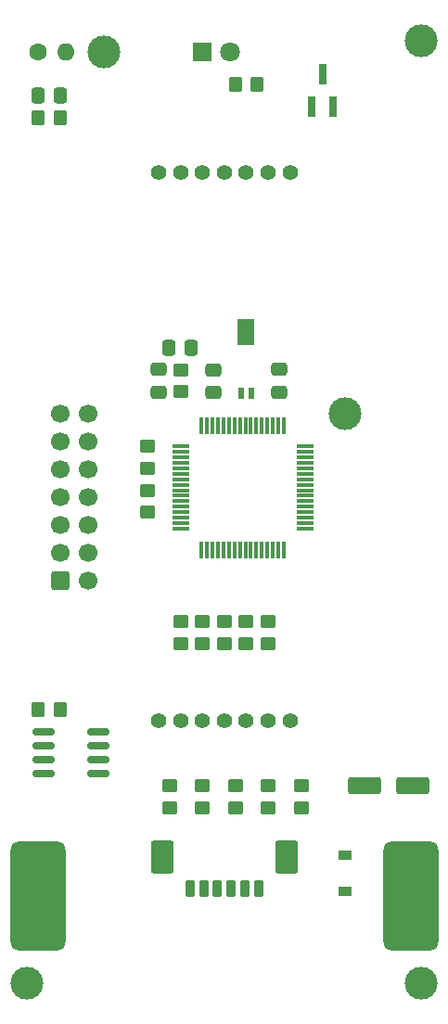
<source format=gbr>
%TF.GenerationSoftware,KiCad,Pcbnew,(6.0.2)*%
%TF.CreationDate,2022-06-02T11:54:08+02:00*%
%TF.ProjectId,Ctrl_AA,4374726c-5f41-4412-9e6b-696361645f70,rev?*%
%TF.SameCoordinates,Original*%
%TF.FileFunction,Soldermask,Bot*%
%TF.FilePolarity,Negative*%
%FSLAX46Y46*%
G04 Gerber Fmt 4.6, Leading zero omitted, Abs format (unit mm)*
G04 Created by KiCad (PCBNEW (6.0.2)) date 2022-06-02 11:54:08*
%MOMM*%
%LPD*%
G01*
G04 APERTURE LIST*
G04 Aperture macros list*
%AMRoundRect*
0 Rectangle with rounded corners*
0 $1 Rounding radius*
0 $2 $3 $4 $5 $6 $7 $8 $9 X,Y pos of 4 corners*
0 Add a 4 corners polygon primitive as box body*
4,1,4,$2,$3,$4,$5,$6,$7,$8,$9,$2,$3,0*
0 Add four circle primitives for the rounded corners*
1,1,$1+$1,$2,$3*
1,1,$1+$1,$4,$5*
1,1,$1+$1,$6,$7*
1,1,$1+$1,$8,$9*
0 Add four rect primitives between the rounded corners*
20,1,$1+$1,$2,$3,$4,$5,0*
20,1,$1+$1,$4,$5,$6,$7,0*
20,1,$1+$1,$6,$7,$8,$9,0*
20,1,$1+$1,$8,$9,$2,$3,0*%
G04 Aperture macros list end*
%ADD10RoundRect,0.781250X-1.718750X-4.218750X1.718750X-4.218750X1.718750X4.218750X-1.718750X4.218750X0*%
%ADD11C,1.400000*%
%ADD12C,3.000000*%
%ADD13RoundRect,0.250000X0.450000X-0.350000X0.450000X0.350000X-0.450000X0.350000X-0.450000X-0.350000X0*%
%ADD14RoundRect,0.250000X0.475000X-0.337500X0.475000X0.337500X-0.475000X0.337500X-0.475000X-0.337500X0*%
%ADD15RoundRect,0.250000X-0.600000X-0.600000X0.600000X-0.600000X0.600000X0.600000X-0.600000X0.600000X0*%
%ADD16C,1.700000*%
%ADD17R,1.200000X0.900000*%
%ADD18C,1.600000*%
%ADD19O,1.600000X1.600000*%
%ADD20RoundRect,0.250000X0.337500X0.475000X-0.337500X0.475000X-0.337500X-0.475000X0.337500X-0.475000X0*%
%ADD21R,1.800000X1.800000*%
%ADD22C,1.800000*%
%ADD23R,0.600000X1.100000*%
%ADD24R,1.500000X2.400000*%
%ADD25RoundRect,0.250000X-0.350000X-0.450000X0.350000X-0.450000X0.350000X0.450000X-0.350000X0.450000X0*%
%ADD26RoundRect,0.250000X-0.337500X-0.475000X0.337500X-0.475000X0.337500X0.475000X-0.337500X0.475000X0*%
%ADD27RoundRect,0.150000X0.825000X0.150000X-0.825000X0.150000X-0.825000X-0.150000X0.825000X-0.150000X0*%
%ADD28RoundRect,0.250000X-0.450000X0.350000X-0.450000X-0.350000X0.450000X-0.350000X0.450000X0.350000X0*%
%ADD29R,0.800000X1.900000*%
%ADD30RoundRect,0.075000X-0.075000X0.700000X-0.075000X-0.700000X0.075000X-0.700000X0.075000X0.700000X0*%
%ADD31RoundRect,0.075000X-0.700000X0.075000X-0.700000X-0.075000X0.700000X-0.075000X0.700000X0.075000X0*%
%ADD32RoundRect,0.250000X0.350000X0.450000X-0.350000X0.450000X-0.350000X-0.450000X0.350000X-0.450000X0*%
%ADD33RoundRect,0.200000X-0.200000X-0.600000X0.200000X-0.600000X0.200000X0.600000X-0.200000X0.600000X0*%
%ADD34RoundRect,0.250001X-0.799999X-1.249999X0.799999X-1.249999X0.799999X1.249999X-0.799999X1.249999X0*%
%ADD35RoundRect,0.250000X-1.250000X-0.550000X1.250000X-0.550000X1.250000X0.550000X-1.250000X0.550000X0*%
G04 APERTURE END LIST*
D10*
%TO.C,J2*%
X128000000Y-120000000D03*
%TD*%
D11*
%TO.C,LCD1*%
X105000000Y-54000000D03*
X107000000Y-54000000D03*
X109000000Y-54000000D03*
X111000000Y-54000000D03*
X113000000Y-54000000D03*
X115000000Y-54000000D03*
X117000000Y-54000000D03*
X117000000Y-104000000D03*
X115000000Y-104000000D03*
X113000000Y-104000000D03*
X111000000Y-104000000D03*
X109000000Y-104000000D03*
X107000000Y-104000000D03*
X105000000Y-104000000D03*
%TD*%
D10*
%TO.C,J1*%
X94000000Y-120000000D03*
%TD*%
D12*
%TO.C,REF\u002A\u002A*%
X122000000Y-76000000D03*
%TD*%
D13*
%TO.C,R16*%
X106000000Y-112000000D03*
X106000000Y-110000000D03*
%TD*%
D14*
%TO.C,C2*%
X105000000Y-74037500D03*
X105000000Y-71962500D03*
%TD*%
D15*
%TO.C,J3*%
X96000000Y-91240000D03*
D16*
X98540000Y-91240000D03*
X96000000Y-88700000D03*
X98540000Y-88700000D03*
X96000000Y-86160000D03*
X98540000Y-86160000D03*
X96000000Y-83620000D03*
X98540000Y-83620000D03*
X96000000Y-81080000D03*
X98540000Y-81080000D03*
X96000000Y-78540000D03*
X98540000Y-78540000D03*
X96000000Y-76000000D03*
X98540000Y-76000000D03*
%TD*%
D13*
%TO.C,R12*%
X118000000Y-112000000D03*
X118000000Y-110000000D03*
%TD*%
D17*
%TO.C,D2*%
X122000000Y-116350000D03*
X122000000Y-119650000D03*
%TD*%
D18*
%TO.C,TH1*%
X94000000Y-43000000D03*
D19*
X96540000Y-43000000D03*
%TD*%
D20*
%TO.C,C5*%
X108000000Y-70000000D03*
X105925000Y-70000000D03*
%TD*%
D12*
%TO.C,REF\u002A\u002A*%
X129000000Y-42000000D03*
%TD*%
D13*
%TO.C,R14*%
X112000000Y-112000000D03*
X112000000Y-110000000D03*
%TD*%
%TO.C,R15*%
X109000000Y-112000000D03*
X109000000Y-110000000D03*
%TD*%
D21*
%TO.C,D1*%
X109000000Y-43000000D03*
D22*
X111540000Y-43000000D03*
%TD*%
D23*
%TO.C,Y1*%
X112500000Y-74125000D03*
X113500000Y-74125000D03*
D24*
X113000000Y-68525000D03*
%TD*%
D25*
%TO.C,R2*%
X94000000Y-49000000D03*
X96000000Y-49000000D03*
%TD*%
D12*
%TO.C,REF\u002A\u002A*%
X129000000Y-128000000D03*
%TD*%
D26*
%TO.C,C1*%
X93962500Y-47000000D03*
X96037500Y-47000000D03*
%TD*%
D27*
%TO.C,U2*%
X99475000Y-105095000D03*
X99475000Y-106365000D03*
X99475000Y-107635000D03*
X99475000Y-108905000D03*
X94525000Y-108905000D03*
X94525000Y-107635000D03*
X94525000Y-106365000D03*
X94525000Y-105095000D03*
%TD*%
D28*
%TO.C,R3*%
X107000000Y-72000000D03*
X107000000Y-74000000D03*
%TD*%
D14*
%TO.C,C3*%
X116000000Y-74037500D03*
X116000000Y-71962500D03*
%TD*%
D28*
%TO.C,R7*%
X109000000Y-95000000D03*
X109000000Y-97000000D03*
%TD*%
D13*
%TO.C,R10*%
X104000000Y-81000000D03*
X104000000Y-79000000D03*
%TD*%
D29*
%TO.C,Q1*%
X120900000Y-48000000D03*
X119000000Y-48000000D03*
X119950000Y-45000000D03*
%TD*%
D30*
%TO.C,U1*%
X108925000Y-77075000D03*
X109425000Y-77075000D03*
X109925000Y-77075000D03*
X110425000Y-77075000D03*
X110925000Y-77075000D03*
X111425000Y-77075000D03*
X111925000Y-77075000D03*
X112425000Y-77075000D03*
X112925000Y-77075000D03*
X113425000Y-77075000D03*
X113925000Y-77075000D03*
X114425000Y-77075000D03*
X114925000Y-77075000D03*
X115425000Y-77075000D03*
X115925000Y-77075000D03*
X116425000Y-77075000D03*
D31*
X118350000Y-79000000D03*
X118350000Y-79500000D03*
X118350000Y-80000000D03*
X118350000Y-80500000D03*
X118350000Y-81000000D03*
X118350000Y-81500000D03*
X118350000Y-82000000D03*
X118350000Y-82500000D03*
X118350000Y-83000000D03*
X118350000Y-83500000D03*
X118350000Y-84000000D03*
X118350000Y-84500000D03*
X118350000Y-85000000D03*
X118350000Y-85500000D03*
X118350000Y-86000000D03*
X118350000Y-86500000D03*
D30*
X116425000Y-88425000D03*
X115925000Y-88425000D03*
X115425000Y-88425000D03*
X114925000Y-88425000D03*
X114425000Y-88425000D03*
X113925000Y-88425000D03*
X113425000Y-88425000D03*
X112925000Y-88425000D03*
X112425000Y-88425000D03*
X111925000Y-88425000D03*
X111425000Y-88425000D03*
X110925000Y-88425000D03*
X110425000Y-88425000D03*
X109925000Y-88425000D03*
X109425000Y-88425000D03*
X108925000Y-88425000D03*
D31*
X107000000Y-86500000D03*
X107000000Y-86000000D03*
X107000000Y-85500000D03*
X107000000Y-85000000D03*
X107000000Y-84500000D03*
X107000000Y-84000000D03*
X107000000Y-83500000D03*
X107000000Y-83000000D03*
X107000000Y-82500000D03*
X107000000Y-82000000D03*
X107000000Y-81500000D03*
X107000000Y-81000000D03*
X107000000Y-80500000D03*
X107000000Y-80000000D03*
X107000000Y-79500000D03*
X107000000Y-79000000D03*
%TD*%
D28*
%TO.C,R4*%
X113000000Y-95000000D03*
X113000000Y-97000000D03*
%TD*%
D32*
%TO.C,R1*%
X114000000Y-46000000D03*
X112000000Y-46000000D03*
%TD*%
D12*
%TO.C,REF\u002A\u002A*%
X93000000Y-128000000D03*
%TD*%
D14*
%TO.C,C4*%
X110000000Y-74075000D03*
X110000000Y-72000000D03*
%TD*%
D13*
%TO.C,R13*%
X115000000Y-112000000D03*
X115000000Y-110000000D03*
%TD*%
D12*
%TO.C,REF\u002A\u002A*%
X100000000Y-43000000D03*
%TD*%
D28*
%TO.C,R9*%
X104000000Y-83000000D03*
X104000000Y-85000000D03*
%TD*%
D33*
%TO.C,J4*%
X107875000Y-119400000D03*
X109125000Y-119400000D03*
X110375000Y-119400000D03*
X111625000Y-119400000D03*
X112875000Y-119400000D03*
X114125000Y-119400000D03*
D34*
X116675000Y-116500000D03*
X105325000Y-116500000D03*
%TD*%
D28*
%TO.C,R8*%
X107000000Y-95000000D03*
X107000000Y-97000000D03*
%TD*%
D32*
%TO.C,R11*%
X96000000Y-103000000D03*
X94000000Y-103000000D03*
%TD*%
D13*
%TO.C,R5*%
X115000000Y-97000000D03*
X115000000Y-95000000D03*
%TD*%
D28*
%TO.C,R6*%
X111000000Y-95000000D03*
X111000000Y-97000000D03*
%TD*%
D35*
%TO.C,C6*%
X123800000Y-110000000D03*
X128200000Y-110000000D03*
%TD*%
M02*

</source>
